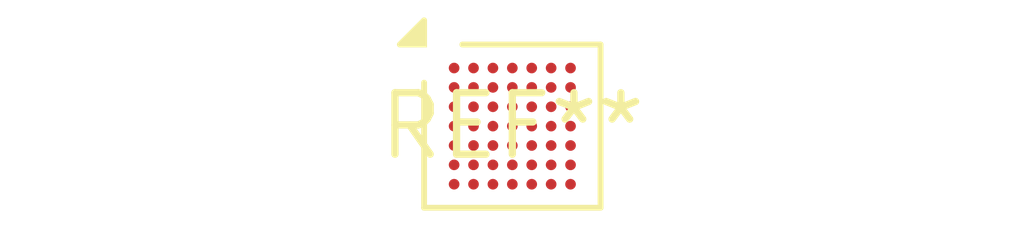
<source format=kicad_pcb>
(kicad_pcb (version 20240108) (generator pcbnew)
  (layers (0 "F.Cu" signal) (31 "B.Cu" signal) (34 "B.Paste" user) (35 "F.Paste" user) (36 "B.SilkS" user "B.Silkscreen") (37 "F.SilkS" user "F.Silkscreen") (38 "B.Mask" user) (39 "F.Mask" user) (44 "Edge.Cuts" user))
  (net 0 "")
  (footprint "ST_WLCSP-49_Die439" (layer "F.Cu") (at 0 0)
    (property "Reference" "REF**")
    (property "Value" "ST_WLCSP-49_Die439")
    (fp_line (start -1.8185 1.6855) (end -1.8185 -0.89775) (layer "F.SilkS") (stroke (width 0.12)))
    (fp_line (start -1.03075 -1.6855) (end 1.8185 -1.6855) (layer "F.SilkS") (stroke (width 0.12)))
    (fp_line (start 1.8185 -1.6855) (end 1.8185 1.6855) (layer "F.SilkS") (stroke (width 0.12)))
    (fp_line (start 1.8185 1.6855) (end -1.8185 1.6855) (layer "F.SilkS") (stroke (width 0.12)))
    (fp_poly (pts (xy -1.8185 -1.6855) (xy -2.3185 -1.6855) (xy -1.8185 -2.1855) (xy -1.8185 -1.6855)) (layer "F.SilkS") (stroke (width 0.12)) (fill solid))
    (pad "A1" smd circle (at -1.2 -1.2) (size 0.22 0.22) (property pad_prop_bga) (layers "F.Cu" "F.Paste" "F.Mask"))
    (pad "A2" smd circle (at -0.8 -1.2) (size 0.22 0.22) (property pad_prop_bga) (layers "F.Cu" "F.Paste" "F.Mask"))
    (pad "A3" smd circle (at -0.4 -1.2) (size 0.22 0.22) (property pad_prop_bga) (layers "F.Cu" "F.Paste" "F.Mask"))
    (pad "A4" smd circle (at 0 -1.2) (size 0.22 0.22) (property pad_prop_bga) (layers "F.Cu" "F.Paste" "F.Mask"))
    (pad "A5" smd circle (at 0.4 -1.2) (size 0.22 0.22) (property pad_prop_bga) (layers "F.Cu" "F.Paste" "F.Mask"))
    (pad "A6" smd circle (at 0.8 -1.2) (size 0.22 0.22) (property pad_prop_bga) (layers "F.Cu" "F.Paste" "F.Mask"))
    (pad "A7" smd circle (at 1.2 -1.2) (size 0.22 0.22) (property pad_prop_bga) (layers "F.Cu" "F.Paste" "F.Mask"))
    (pad "B1" smd circle (at -1.2 -0.8) (size 0.22 0.22) (property pad_prop_bga) (layers "F.Cu" "F.Paste" "F.Mask"))
    (pad "B2" smd circle (at -0.8 -0.8) (size 0.22 0.22) (property pad_prop_bga) (layers "F.Cu" "F.Paste" "F.Mask"))
    (pad "B3" smd circle (at -0.4 -0.8) (size 0.22 0.22) (property pad_prop_bga) (layers "F.Cu" "F.Paste" "F.Mask"))
    (pad "B4" smd circle (at 0 -0.8) (size 0.22 0.22) (property pad_prop_bga) (layers "F.Cu" "F.Paste" "F.Mask"))
    (pad "B5" smd circle (at 0.4 -0.8) (size 0.22 0.22) (property pad_prop_bga) (layers "F.Cu" "F.Paste" "F.Mask"))
    (pad "B6" smd circle (at 0.8 -0.8) (size 0.22 0.22) (property pad_prop_bga) (layers "F.Cu" "F.Paste" "F.Mask"))
    (pad "B7" smd circle (at 1.2 -0.8) (size 0.22 0.22) (property pad_prop_bga) (layers "F.Cu" "F.Paste" "F.Mask"))
    (pad "C1" smd circle (at -1.2 -0.4) (size 0.22 0.22) (property pad_prop_bga) (layers "F.Cu" "F.Paste" "F.Mask"))
    (pad "C2" smd circle (at -0.8 -0.4) (size 0.22 0.22) (property pad_prop_bga) (layers "F.Cu" "F.Paste" "F.Mask"))
    (pad "C3" smd circle (at -0.4 -0.4) (size 0.22 0.22) (property pad_prop_bga) (layers "F.Cu" "F.Paste" "F.Mask"))
    (pad "C4" smd circle (at 0 -0.4) (size 0.22 0.22) (property pad_prop_bga) (layers "F.Cu" "F.Paste" "F.Mask"))
    (pad "C5" smd circle (at 0.4 -0.4) (size 0.22 0.22) (property pad_prop_bga) (layers "F.Cu" "F.Paste" "F.Mask"))
    (pad "C6" smd circle (at 0.8 -0.4) (size 0.22 0.22) (property pad_prop_bga) (layers "F.Cu" "F.Paste" "F.Mask"))
    (pad "C7" smd circle (at 1.2 -0.4) (size 0.22 0.22) (property pad_prop_bga) (layers "F.Cu" "F.Paste" "F.Mask"))
    (pad "D1" smd circle (at -1.2 0) (size 0.22 0.22) (property pad_prop_bga) (layers "F.Cu" "F.Paste" "F.Mask"))
    (pad "D2" smd circle (at -0.8 0) (size 0.22 0.22) (property pad_prop_bga) (layers "F.Cu" "F.Paste" "F.Mask"))
    (pad "D3" smd circle (at -0.4 0) (size 0.22 0.22) (property pad_prop_bga) (layers "F.Cu" "F.Paste" "F.Mask"))
    (pad "D4" smd circle (at 0 0) (size 0.22 0.22) (property pad_prop_bga) (layers "F.Cu" "F.Paste" "F.Mask"))
    (pad "D5" smd circle (at 0.4 0) (size 0.22 0.22) (property pad_prop_bga) (layers "F.Cu" "F.Paste" "F.Mask"))
    (pad "D6" smd circle (at 0.8 0) (size 0.22 0.22) (property pad_prop_bga) (layers "F.Cu" "F.Paste" "F.Mask"))
    (pad "D7" smd circle (at 1.2 0) (size 0.22 0.22) (property pad_prop_bga) (layers "F.Cu" "F.Paste" "F.Mask"))
    (pad "E1" smd circle (at -1.2 0.4) (size 0.22 0.22) (property pad_prop_bga) (layers "F.Cu" "F.Paste" "F.Mask"))
    (pad "E2" smd circle (at -0.8 0.4) (size 0.22 0.22) (property pad_prop_bga) (layers "F.Cu" "F.Paste" "F.Mask"))
    (pad "E3" smd circle (at -0.4 0.4) (size 0.22 0.22) (property pad_prop_bga) (layers "F.Cu" "F.Paste" "F.Mask"))
    (pad "E4" smd circle (at 0 0.4) (size 0.22 0.22) (property pad_prop_bga) (layers "F.Cu" "F.Paste" "F.Mask"))
    (pad "E5" smd circle (at 0.4 0.4) (size 0.22 0.22) (property pad_prop_bga) (layers "F.Cu" "F.Paste" "F.Mask"))
    (pad "E6" smd circle (at 0.8 0.4) (size 0.22 0.22) (property pad_prop_bga) (layers "F.Cu" "F.Paste" "F.Mask"))
    (pad "E7" smd circle (at 1.2 0.4) (size 0.22 0.22) (property pad_prop_bga) (layers "F.Cu" "F.Paste" "F.Mask"))
    (pad "F1" smd circle (at -1.2 0.8) (size 0.22 0.22) (property pad_prop_bga) (layers "F.Cu" "F.Paste" "F.Mask"))
    (pad "F2" smd circle (at -0.8 0.8) (size 0.22 0.22) (property pad_prop_bga) (layers "F.Cu" "F.Paste" "F.Mask"))
    (pad "F3" smd circle (at -0.4 0.8) (size 0.22 0.22) (property pad_prop_bga) (layers "F.Cu" "F.Paste" "F.Mask"))
    (pad "F4" smd circle (at 0 0.8) (size 0.22 0.22) (property pad_prop_bga) (layers "F.Cu" "F.Paste" "F.Mask"))
    (pad "F5" smd circle (at 0.4 0.8) (size 0.22 0.22) (property pad_prop_bga) (layers "F.Cu" "F.Paste" "F.Mask"))
    (pad "F6" smd circle (at 0.8 0.8) (size 0.22 0.22) (property pad_prop_bga) (layers "F.Cu" "F.Paste" "F.Mask"))
    (pad "F7" smd circle (at 1.2 0.8) (size 0.22 0.22) (property pad_prop_bga) (layers "F.Cu" "F.Paste" "F.Mask"))
    (pad "G1" smd circle (at -1.2 1.2) (size 0.22 0.22) (property pad_prop_bga) (layers "F.Cu" "F.Paste" "F.Mask"))
    (pad "G2" smd circle (at -0.8 1.2) (size 0.22 0.22) (property pad_prop_bga) (layers "F.Cu" "F.Paste" "F.Mask"))
    (pad "G3" smd circle (at -0.4 1.2) (size 0.22 0.22) (property pad_prop_bga) (layers "F.Cu" "F.Paste" "F.Mask"))
    (pad "G4" smd circle (at 0 1.2) (size 0.22 0.22) (property pad_prop_bga) (layers "F.Cu" "F.Paste" "F.Mask"))
    (pad "G5" smd circle (at 0.4 1.2) (size 0.22 0.22) (property pad_prop_bga) (layers "F.Cu" "F.Paste" "F.Mask"))
    (pad "G6" smd circle (at 0.8 1.2) (size 0.22 0.22) (property pad_prop_bga) (layers "F.Cu" "F.Paste" "F.Mask"))
    (pad "G7" smd circle (at 1.2 1.2) (size 0.22 0.22) (property pad_prop_bga) (layers "F.Cu" "F.Paste" "F.Mask"))
  )
)
</source>
